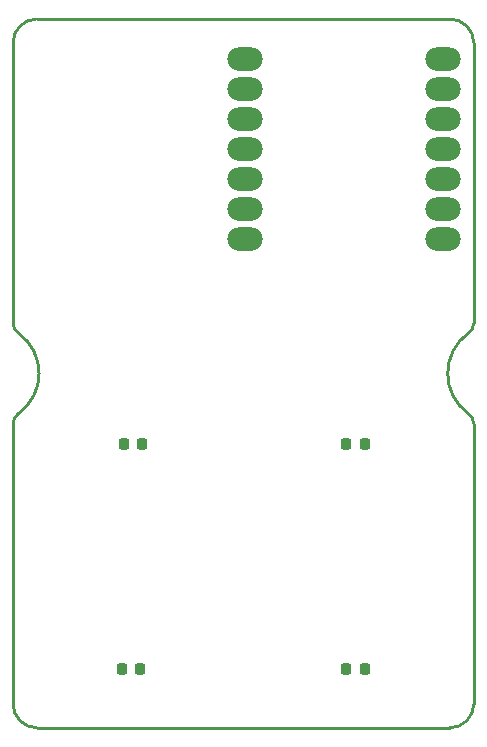
<source format=gtp>
%TF.GenerationSoftware,KiCad,Pcbnew,(6.0.9)*%
%TF.CreationDate,2023-03-08T23:19:46-05:00*%
%TF.ProjectId,Fluxpad,466c7578-7061-4642-9e6b-696361645f70,rev?*%
%TF.SameCoordinates,Original*%
%TF.FileFunction,Paste,Top*%
%TF.FilePolarity,Positive*%
%FSLAX46Y46*%
G04 Gerber Fmt 4.6, Leading zero omitted, Abs format (unit mm)*
G04 Created by KiCad (PCBNEW (6.0.9)) date 2023-03-08 23:19:46*
%MOMM*%
%LPD*%
G01*
G04 APERTURE LIST*
G04 Aperture macros list*
%AMRoundRect*
0 Rectangle with rounded corners*
0 $1 Rounding radius*
0 $2 $3 $4 $5 $6 $7 $8 $9 X,Y pos of 4 corners*
0 Add a 4 corners polygon primitive as box body*
4,1,4,$2,$3,$4,$5,$6,$7,$8,$9,$2,$3,0*
0 Add four circle primitives for the rounded corners*
1,1,$1+$1,$2,$3*
1,1,$1+$1,$4,$5*
1,1,$1+$1,$6,$7*
1,1,$1+$1,$8,$9*
0 Add four rect primitives between the rounded corners*
20,1,$1+$1,$2,$3,$4,$5,0*
20,1,$1+$1,$4,$5,$6,$7,0*
20,1,$1+$1,$6,$7,$8,$9,0*
20,1,$1+$1,$8,$9,$2,$3,0*%
G04 Aperture macros list end*
%TA.AperFunction,Profile*%
%ADD10C,0.250000*%
%TD*%
%ADD11RoundRect,0.218750X-0.218750X-0.256250X0.218750X-0.256250X0.218750X0.256250X-0.218750X0.256250X0*%
%ADD12O,3.000000X2.000000*%
G04 APERTURE END LIST*
D10*
X102500000Y-65000000D02*
G75*
G03*
X100500000Y-67000000I0J-2000000D01*
G01*
X139500039Y-99247352D02*
G75*
G03*
X139076923Y-98430554I-1000039J-48D01*
G01*
X100923077Y-98430554D02*
G75*
G03*
X100923077Y-91569446I-2423077J3430554D01*
G01*
X100923099Y-98430586D02*
G75*
G03*
X100500000Y-99247352I576901J-816814D01*
G01*
X139076923Y-91569446D02*
G75*
G03*
X139076923Y-98430554I2423077J-3430554D01*
G01*
X100500000Y-67000000D02*
X100500000Y-90752648D01*
X102500000Y-125000000D02*
X137500000Y-125000000D01*
X139500000Y-67000000D02*
G75*
G03*
X137500000Y-65000000I-2000000J0D01*
G01*
X100499961Y-90752648D02*
G75*
G03*
X100923077Y-91569446I1000039J48D01*
G01*
X139500000Y-90752648D02*
X139500000Y-67000000D01*
X137500000Y-65000000D02*
X102500000Y-65000000D01*
X137500000Y-125000000D02*
G75*
G03*
X139500000Y-123000000I0J2000000D01*
G01*
X100500000Y-99247352D02*
X100500000Y-123000000D01*
X100500000Y-123000000D02*
G75*
G03*
X102500000Y-125000000I2000000J0D01*
G01*
X139500000Y-123000000D02*
X139500000Y-99247352D01*
X139076949Y-91569483D02*
G75*
G03*
X139500000Y-90752648I-577149J816883D01*
G01*
D11*
%TO.C,D3*%
X109712500Y-120000000D03*
X111287500Y-120000000D03*
%TD*%
%TO.C,D2*%
X128712500Y-101000000D03*
X130287500Y-101000000D03*
%TD*%
%TO.C,D4*%
X128712500Y-120000000D03*
X130287500Y-120000000D03*
%TD*%
%TO.C,D1*%
X109862500Y-101000000D03*
X111437500Y-101000000D03*
%TD*%
D12*
%TO.C,U1*%
X120118000Y-68380000D03*
X120118000Y-70920000D03*
X120118000Y-73460000D03*
X120118000Y-76000000D03*
X120118000Y-78540000D03*
X120118000Y-81080000D03*
X120118000Y-83620000D03*
X136882000Y-83620000D03*
X136882000Y-81080000D03*
X136882000Y-78540000D03*
X136882000Y-76000000D03*
X136882000Y-73460000D03*
X136882000Y-70920000D03*
X136882000Y-68380000D03*
%TD*%
M02*

</source>
